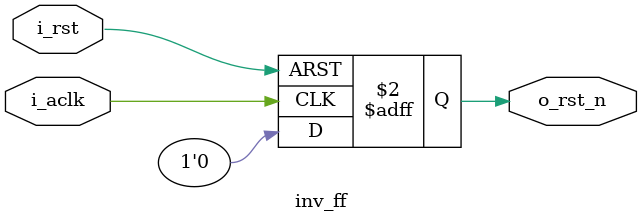
<source format=v>
`timescale 1ns / 1ps


module inv_ff(
    input i_aclk,
    input i_rst,
    output reg o_rst_n
    );

always @(posedge i_aclk or negedge i_rst) begin : proc_seq_ff
  if(i_rst) begin
    o_rst_n <= 0;
  end else begin
    o_rst_n <= 1;
  end
end
endmodule

</source>
